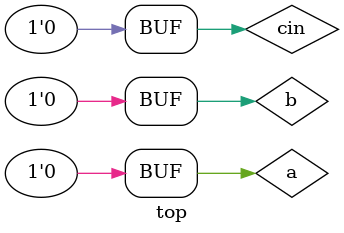
<source format=sv>
module top();
  bit a,b,cin;
  wire s, cout;
  fulladder f0(a,b,cin,s,cout);
  
initial
begin
    $dumpfile("dump.vcd"); $dumpvars;
    
  for(int i=0; i<=8; i++)
  begin
    #10
    {cin, a,b}=i;
    $display("i %d",i);  
  end
end
endmodule

</source>
